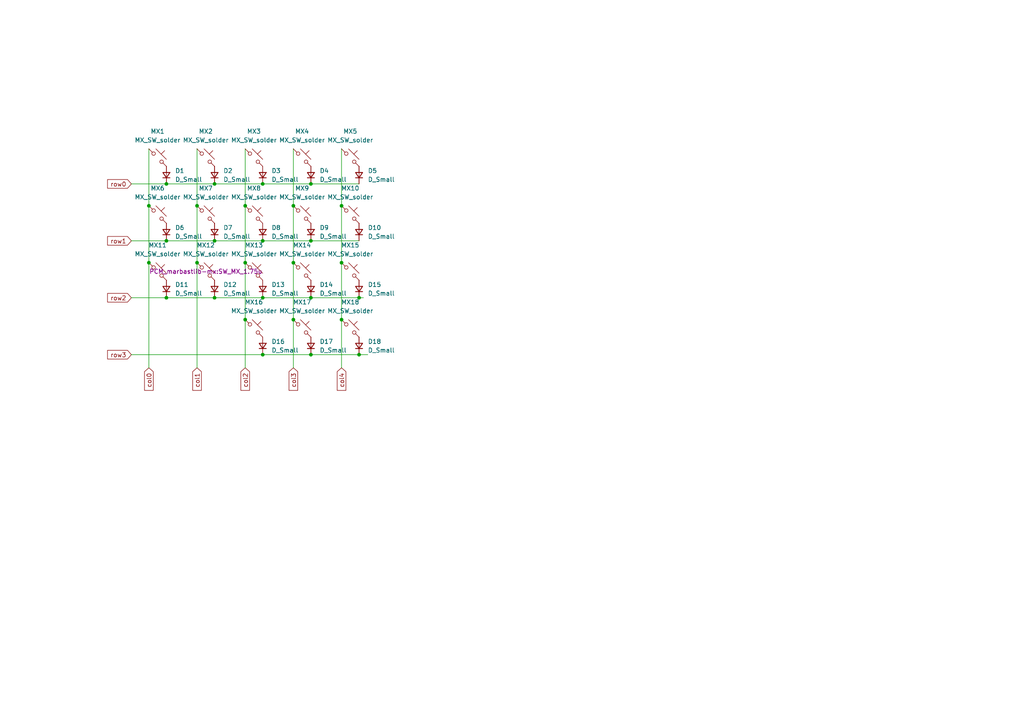
<source format=kicad_sch>
(kicad_sch (version 20230121) (generator eeschema)
  (paper "A4")
  (lib_symbols
    (symbol "Device:D_Small" (pin_numbers hide) (pin_names (offset 0.254) hide)
      (property "Reference" "D" (at -1.27 2.032 0))
      (property "Value" "D_Small" (at -3.81 -2.032 0))
      (symbol "D_Small_0_1"
        (polyline (pts (xy -0.762 -1.016) (xy -0.762 1.016)) (stroke (width 0.254)))
        (polyline (pts (xy -0.762 0) (xy 0.762 0)))
        (polyline (pts (xy 0.762 -1.016) (xy -0.762 0) (xy 0.762 1.016) (xy 0.762 -1.016)) (stroke (width 0.254)))
      )
      (symbol "D_Small_1_1"
        (pin passive line (at -2.54 0 0) (length 1.778) (name "K") (number "1"))
        (pin passive line (at 2.54 0 180) (length 1.778) (name "A") (number "2"))
      )
    )
    (symbol "PCM_marbastlib-mx:MX_SW_solder" (pin_numbers hide) (pin_names (offset 1.016) hide)
      (property "Reference" "MX" (at 3.048 1.016 0))
      (property "Value" "MX_SW_solder" (at 0 -3.81 0))
      (symbol "MX_SW_solder_0_1"
        (circle (center -1.1684 1.1684) (radius 0.508))
        (polyline (pts (xy -0.508 2.54) (xy 2.54 -0.508)))
        (polyline (pts (xy 1.016 1.016) (xy 2.032 2.032)))
        (polyline (pts (xy -2.54 2.54) (xy -1.524 1.524) (xy -1.524 1.524)))
        (polyline (pts (xy 1.524 -1.524) (xy 2.54 -2.54) (xy 2.54 -2.54) (xy 2.54 -2.54)))
        (circle (center 1.143 -1.1938) (radius 0.508))
        (pin passive line (at -2.54 2.54 0) (length 0) (name "1") (number "1"))
        (pin passive line (at 2.54 -2.54 180) (length 0) (name "2") (number "2"))
      )
    )
  )
  (junction (at 99.06 76.2))
  (junction (at 99.06 59.69))
  (junction (at 62.23 69.85))
  (junction (at 43.18 59.69))
  (junction (at 85.09 92.71))
  (junction (at 57.15 59.69))
  (junction (at 85.09 76.2))
  (junction (at 76.2 86.36))
  (junction (at 71.12 92.71))
  (junction (at 43.18 76.2))
  (junction (at 90.17 102.87))
  (junction (at 99.06 92.71))
  (junction (at 76.2 102.87))
  (junction (at 90.17 53.34))
  (junction (at 62.23 86.36))
  (junction (at 62.23 53.34))
  (junction (at 90.17 86.36))
  (junction (at 48.26 53.34))
  (junction (at 71.12 59.69))
  (junction (at 76.2 69.85))
  (junction (at 104.14 102.87))
  (junction (at 71.12 76.2))
  (junction (at 104.14 86.36))
  (junction (at 48.26 86.36))
  (junction (at 85.09 59.69))
  (junction (at 57.15 76.2))
  (junction (at 48.26 69.85))
  (junction (at 76.2 53.34))
  (junction (at 90.17 69.85))
  (wire (pts (xy 48.26 86.36) (xy 62.23 86.36)))
  (wire (pts (xy 43.18 43.18) (xy 43.18 59.69)))
  (wire (pts (xy 57.15 43.18) (xy 57.15 59.69)))
  (wire (pts (xy 43.18 76.2) (xy 43.18 106.68)))
  (wire (pts (xy 85.09 76.2) (xy 85.09 92.71)))
  (wire (pts (xy 57.15 76.2) (xy 57.15 106.68)))
  (wire (pts (xy 76.2 102.87) (xy 90.17 102.87)))
  (wire (pts (xy 104.14 86.36) (xy 105.41 86.36)))
  (wire (pts (xy 62.23 53.34) (xy 76.2 53.34)))
  (wire (pts (xy 76.2 53.34) (xy 90.17 53.34)))
  (wire (pts (xy 99.06 76.2) (xy 99.06 92.71)))
  (wire (pts (xy 62.23 69.85) (xy 76.2 69.85)))
  (wire (pts (xy 90.17 69.85) (xy 104.14 69.85)))
  (wire (pts (xy 43.18 59.69) (xy 43.18 76.2)))
  (wire (pts (xy 71.12 59.69) (xy 71.12 76.2)))
  (wire (pts (xy 57.15 59.69) (xy 57.15 76.2)))
  (wire (pts (xy 85.09 43.18) (xy 85.09 59.69)))
  (wire (pts (xy 104.14 102.87) (xy 106.68 102.87)))
  (wire (pts (xy 38.1 86.36) (xy 48.26 86.36)))
  (wire (pts (xy 48.26 69.85) (xy 62.23 69.85)))
  (wire (pts (xy 38.1 69.85) (xy 48.26 69.85)))
  (wire (pts (xy 71.12 43.18) (xy 71.12 59.69)))
  (wire (pts (xy 99.06 59.69) (xy 99.06 76.2)))
  (wire (pts (xy 85.09 59.69) (xy 85.09 76.2)))
  (wire (pts (xy 38.1 53.34) (xy 48.26 53.34)))
  (wire (pts (xy 76.2 69.85) (xy 90.17 69.85)))
  (wire (pts (xy 90.17 53.34) (xy 104.14 53.34)))
  (wire (pts (xy 99.06 43.18) (xy 99.06 59.69)))
  (wire (pts (xy 71.12 76.2) (xy 71.12 92.71)))
  (wire (pts (xy 48.26 53.34) (xy 62.23 53.34)))
  (wire (pts (xy 38.1 102.87) (xy 76.2 102.87)))
  (wire (pts (xy 71.12 92.71) (xy 71.12 106.68)))
  (wire (pts (xy 76.2 86.36) (xy 90.17 86.36)))
  (wire (pts (xy 85.09 92.71) (xy 85.09 106.68)))
  (wire (pts (xy 90.17 102.87) (xy 104.14 102.87)))
  (wire (pts (xy 90.17 86.36) (xy 104.14 86.36)))
  (wire (pts (xy 99.06 92.71) (xy 99.06 106.68)))
  (wire (pts (xy 62.23 86.36) (xy 76.2 86.36)))
  (global_label "row2" (shape input) (at 38.1 86.36 180) (property "Intersheetrefs" "${INTERSHEET_REFS}" (effects hide)))
  (global_label "col3" (shape input) (at 85.09 106.68 270) (property "Intersheetrefs" "${INTERSHEET_REFS}" (effects hide)))
  (global_label "col1" (shape input) (at 57.15 106.68 270) (property "Intersheetrefs" "${INTERSHEET_REFS}" (effects hide)))
  (global_label "col0" (shape input) (at 43.18 106.68 270) (property "Intersheetrefs" "${INTERSHEET_REFS}" (effects hide)))
  (global_label "row0" (shape input) (at 38.1 53.34 180) (property "Intersheetrefs" "${INTERSHEET_REFS}" (effects hide)))
  (global_label "row3" (shape input) (at 38.1 102.87 180) (property "Intersheetrefs" "${INTERSHEET_REFS}" (effects hide)))
  (global_label "col2" (shape input) (at 71.12 106.68 270) (property "Intersheetrefs" "${INTERSHEET_REFS}" (effects hide)))
  (global_label "row1" (shape input) (at 38.1 69.85 180) (property "Intersheetrefs" "${INTERSHEET_REFS}" (effects hide)))
  (global_label "col4" (shape input) (at 99.06 106.68 270) (property "Intersheetrefs" "${INTERSHEET_REFS}" (effects hide)))
  (symbol (lib_id "PCM_marbastlib-mx:MX_SW_solder") (at 73.66 78.74 0) (unit 1)
    (property "Reference" "MX13" (at 73.66 71.12 0))
    (property "Value" "MX_SW_solder" (at 73.66 73.66 0))
    (property "Footprint" "PCM_marbastlib-mx:SW_MX_1.25u" (effects hide))
  )
  (symbol (lib_id "Device:D_Small") (at 90.17 50.8 90) (unit 1)
    (property "Reference" "D4" (at 92.71 49.53 90) (effects (justify right)))
    (property "Value" "D_Small" (at 92.71 52.07 90) (effects (justify right)))
    (property "Footprint" "Diode_SMD:D_SOD-323" (effects hide))
    (property "Sim.Device" "D" (effects hide))
    (property "Sim.Pins" "1=K 2=A" (effects hide))
  )
  (symbol (lib_id "Device:D_Small") (at 104.14 100.33 90) (unit 1)
    (property "Reference" "D18" (at 106.68 99.06 90) (effects (justify right)))
    (property "Value" "D_Small" (at 106.68 101.6 90) (effects (justify right)))
    (property "Footprint" "Diode_SMD:D_SOD-323" (effects hide))
    (property "Sim.Device" "D" (effects hide))
    (property "Sim.Pins" "1=K 2=A" (effects hide))
  )
  (symbol (lib_id "PCM_marbastlib-mx:MX_SW_solder") (at 73.66 62.23 0) (unit 1)
    (property "Reference" "MX8" (at 73.66 54.61 0))
    (property "Value" "MX_SW_solder" (at 73.66 57.15 0))
    (property "Footprint" "PCM_marbastlib-mx:SW_MX_1u" (effects hide))
  )
  (symbol (lib_id "Device:D_Small") (at 104.14 67.31 90) (unit 1)
    (property "Reference" "D10" (at 106.68 66.04 90) (effects (justify right)))
    (property "Value" "D_Small" (at 106.68 68.58 90) (effects (justify right)))
    (property "Footprint" "Diode_SMD:D_SOD-323" (effects hide))
    (property "Sim.Device" "D" (effects hide))
    (property "Sim.Pins" "1=K 2=A" (effects hide))
  )
  (symbol (lib_id "PCM_marbastlib-mx:MX_SW_solder") (at 59.69 45.72 0) (unit 1)
    (property "Reference" "MX2" (at 59.69 38.1 0))
    (property "Value" "MX_SW_solder" (at 59.69 40.64 0))
    (property "Footprint" "PCM_marbastlib-mx:SW_MX_1.5u" (effects hide))
  )
  (symbol (lib_id "Device:D_Small") (at 62.23 83.82 90) (unit 1)
    (property "Reference" "D12" (at 64.77 82.55 90) (effects (justify right)))
    (property "Value" "D_Small" (at 64.77 85.09 90) (effects (justify right)))
    (property "Footprint" "Diode_SMD:D_SOD-323" (effects hide))
    (property "Sim.Device" "D" (effects hide))
    (property "Sim.Pins" "1=K 2=A" (effects hide))
  )
  (symbol (lib_id "Device:D_Small") (at 48.26 50.8 90) (unit 1)
    (property "Reference" "D1" (at 50.8 49.53 90) (effects (justify right)))
    (property "Value" "D_Small" (at 50.8 52.07 90) (effects (justify right)))
    (property "Footprint" "Diode_SMD:D_SOD-323" (effects hide))
    (property "Sim.Device" "D" (effects hide))
    (property "Sim.Pins" "1=K 2=A" (effects hide))
  )
  (symbol (lib_id "PCM_marbastlib-mx:MX_SW_solder") (at 73.66 45.72 0) (unit 1)
    (property "Reference" "MX3" (at 73.66 38.1 0))
    (property "Value" "MX_SW_solder" (at 73.66 40.64 0))
    (property "Footprint" "PCM_marbastlib-mx:SW_MX_1u" (effects hide))
  )
  (symbol (lib_id "PCM_marbastlib-mx:MX_SW_solder") (at 59.69 62.23 0) (unit 1)
    (property "Reference" "MX7" (at 59.69 54.61 0))
    (property "Value" "MX_SW_solder" (at 59.69 57.15 0))
    (property "Footprint" "PCM_marbastlib-mx:SW_MX_1u" (effects hide))
  )
  (symbol (lib_id "PCM_marbastlib-mx:MX_SW_solder") (at 87.63 45.72 0) (unit 1)
    (property "Reference" "MX4" (at 87.63 38.1 0))
    (property "Value" "MX_SW_solder" (at 87.63 40.64 0))
    (property "Footprint" "PCM_marbastlib-mx:SW_MX_1.25u" (effects hide))
  )
  (symbol (lib_id "Device:D_Small") (at 76.2 83.82 90) (unit 1)
    (property "Reference" "D13" (at 78.74 82.55 90) (effects (justify right)))
    (property "Value" "D_Small" (at 78.74 85.09 90) (effects (justify right)))
    (property "Footprint" "Diode_SMD:D_SOD-323" (effects hide))
    (property "Sim.Device" "D" (effects hide))
    (property "Sim.Pins" "1=K 2=A" (effects hide))
  )
  (symbol (lib_id "PCM_marbastlib-mx:MX_SW_solder") (at 73.66 95.25 0) (unit 1)
    (property "Reference" "MX16" (at 73.66 87.63 0))
    (property "Value" "MX_SW_solder" (at 73.66 90.17 0))
    (property "Footprint" "PCM_marbastlib-mx:SW_MX_1u" (effects hide))
  )
  (symbol (lib_id "PCM_marbastlib-mx:MX_SW_solder") (at 45.72 62.23 0) (unit 1)
    (property "Reference" "MX6" (at 45.72 54.61 0))
    (property "Value" "MX_SW_solder" (at 45.72 57.15 0))
    (property "Footprint" "PCM_marbastlib-mx:SW_MX_1u" (effects hide))
  )
  (symbol (lib_id "Device:D_Small") (at 90.17 100.33 90) (unit 1)
    (property "Reference" "D17" (at 92.71 99.06 90) (effects (justify right)))
    (property "Value" "D_Small" (at 92.71 101.6 90) (effects (justify right)))
    (property "Footprint" "Diode_SMD:D_SOD-323" (effects hide))
    (property "Sim.Device" "D" (effects hide))
    (property "Sim.Pins" "1=K 2=A" (effects hide))
  )
  (symbol (lib_id "PCM_marbastlib-mx:MX_SW_solder") (at 45.72 78.74 0) (unit 1)
    (property "Reference" "MX11" (at 45.72 71.12 0))
    (property "Value" "MX_SW_solder" (at 45.72 73.66 0))
    (property "Footprint" "PCM_marbastlib-mx:SW_MX_1.5u" (effects hide))
  )
  (symbol (lib_id "Device:D_Small") (at 76.2 100.33 90) (unit 1)
    (property "Reference" "D16" (at 78.74 99.06 90) (effects (justify right)))
    (property "Value" "D_Small" (at 78.74 101.6 90) (effects (justify right)))
    (property "Footprint" "Diode_SMD:D_SOD-323" (effects hide))
    (property "Sim.Device" "D" (effects hide))
    (property "Sim.Pins" "1=K 2=A" (effects hide))
  )
  (symbol (lib_id "PCM_marbastlib-mx:MX_SW_solder") (at 87.63 95.25 0) (unit 1)
    (property "Reference" "MX17" (at 87.63 87.63 0))
    (property "Value" "MX_SW_solder" (at 87.63 90.17 0))
    (property "Footprint" "PCM_marbastlib-mx:SW_MX_1u" (effects hide))
  )
  (symbol (lib_id "PCM_marbastlib-mx:MX_SW_solder") (at 87.63 62.23 0) (unit 1)
    (property "Reference" "MX9" (at 87.63 54.61 0))
    (property "Value" "MX_SW_solder" (at 87.63 57.15 0))
    (property "Footprint" "PCM_marbastlib-mx:SW_MX_1u" (effects hide))
  )
  (symbol (lib_id "Device:D_Small") (at 48.26 67.31 90) (unit 1)
    (property "Reference" "D6" (at 50.8 66.04 90) (effects (justify right)))
    (property "Value" "D_Small" (at 50.8 68.58 90) (effects (justify right)))
    (property "Footprint" "Diode_SMD:D_SOD-323" (effects hide))
    (property "Sim.Device" "D" (effects hide))
    (property "Sim.Pins" "1=K 2=A" (effects hide))
  )
  (symbol (lib_id "Device:D_Small") (at 90.17 83.82 90) (unit 1)
    (property "Reference" "D14" (at 92.71 82.55 90) (effects (justify right)))
    (property "Value" "D_Small" (at 92.71 85.09 90) (effects (justify right)))
    (property "Footprint" "Diode_SMD:D_SOD-323" (effects hide))
    (property "Sim.Device" "D" (effects hide))
    (property "Sim.Pins" "1=K 2=A" (effects hide))
  )
  (symbol (lib_id "Device:D_Small") (at 62.23 67.31 90) (unit 1)
    (property "Reference" "D7" (at 64.77 66.04 90) (effects (justify right)))
    (property "Value" "D_Small" (at 64.77 68.58 90) (effects (justify right)))
    (property "Footprint" "Diode_SMD:D_SOD-323" (effects hide))
    (property "Sim.Device" "D" (effects hide))
    (property "Sim.Pins" "1=K 2=A" (effects hide))
  )
  (symbol (lib_id "Device:D_Small") (at 90.17 67.31 90) (unit 1)
    (property "Reference" "D9" (at 92.71 66.04 90) (effects (justify right)))
    (property "Value" "D_Small" (at 92.71 68.58 90) (effects (justify right)))
    (property "Footprint" "Diode_SMD:D_SOD-323" (effects hide))
    (property "Sim.Device" "D" (effects hide))
    (property "Sim.Pins" "1=K 2=A" (effects hide))
  )
  (symbol (lib_id "PCM_marbastlib-mx:MX_SW_solder") (at 59.69 78.74 0) (unit 1)
    (property "Reference" "MX12" (at 59.69 71.12 0))
    (property "Value" "MX_SW_solder" (at 59.69 73.66 0))
    (property "Footprint" "PCM_marbastlib-mx:SW_MX_1.75u" (at 59.69 78.74 0))
  )
  (symbol (lib_id "Device:D_Small") (at 76.2 67.31 90) (unit 1)
    (property "Reference" "D8" (at 78.74 66.04 90) (effects (justify right)))
    (property "Value" "D_Small" (at 78.74 68.58 90) (effects (justify right)))
    (property "Footprint" "Diode_SMD:D_SOD-323" (effects hide))
    (property "Sim.Device" "D" (effects hide))
    (property "Sim.Pins" "1=K 2=A" (effects hide))
  )
  (symbol (lib_id "Device:D_Small") (at 62.23 50.8 90) (unit 1)
    (property "Reference" "D2" (at 64.77 49.53 90) (effects (justify right)))
    (property "Value" "D_Small" (at 64.77 52.07 90) (effects (justify right)))
    (property "Footprint" "Diode_SMD:D_SOD-323" (effects hide))
    (property "Sim.Device" "D" (effects hide))
    (property "Sim.Pins" "1=K 2=A" (effects hide))
  )
  (symbol (lib_id "Device:D_Small") (at 104.14 50.8 90) (unit 1)
    (property "Reference" "D5" (at 106.68 49.53 90) (effects (justify right)))
    (property "Value" "D_Small" (at 106.68 52.07 90) (effects (justify right)))
    (property "Footprint" "Diode_SMD:D_SOD-323" (effects hide))
    (property "Sim.Device" "D" (effects hide))
    (property "Sim.Pins" "1=K 2=A" (effects hide))
  )
  (symbol (lib_id "Device:D_Small") (at 48.26 83.82 90) (unit 1)
    (property "Reference" "D11" (at 50.8 82.55 90) (effects (justify right)))
    (property "Value" "D_Small" (at 50.8 85.09 90) (effects (justify right)))
    (property "Footprint" "Diode_SMD:D_SOD-323" (effects hide))
    (property "Sim.Device" "D" (effects hide))
    (property "Sim.Pins" "1=K 2=A" (effects hide))
  )
  (symbol (lib_id "Device:D_Small") (at 76.2 50.8 90) (unit 1)
    (property "Reference" "D3" (at 78.74 49.53 90) (effects (justify right)))
    (property "Value" "D_Small" (at 78.74 52.07 90) (effects (justify right)))
    (property "Footprint" "Diode_SMD:D_SOD-323" (effects hide))
    (property "Sim.Device" "D" (effects hide))
    (property "Sim.Pins" "1=K 2=A" (effects hide))
  )
  (symbol (lib_id "Device:D_Small") (at 104.14 83.82 90) (unit 1)
    (property "Reference" "D15" (at 106.68 82.55 90) (effects (justify right)))
    (property "Value" "D_Small" (at 106.68 85.09 90) (effects (justify right)))
    (property "Footprint" "Diode_SMD:D_SOD-323" (effects hide))
    (property "Sim.Device" "D" (effects hide))
    (property "Sim.Pins" "1=K 2=A" (effects hide))
  )
  (symbol (lib_id "PCM_marbastlib-mx:MX_SW_solder") (at 101.6 78.74 0) (unit 1)
    (property "Reference" "MX15" (at 101.6 71.12 0))
    (property "Value" "MX_SW_solder" (at 101.6 73.66 0))
    (property "Footprint" "PCM_marbastlib-mx:SW_MX_1u" (effects hide))
  )
  (symbol (lib_id "PCM_marbastlib-mx:MX_SW_solder") (at 45.72 45.72 0) (unit 1)
    (property "Reference" "MX1" (at 45.72 38.1 0))
    (property "Value" "MX_SW_solder" (at 45.72 40.64 0))
    (property "Footprint" "PCM_marbastlib-mx:SW_MX_1.75u" (effects hide))
  )
  (symbol (lib_id "PCM_marbastlib-mx:MX_SW_solder") (at 87.63 78.74 0) (unit 1)
    (property "Reference" "MX14" (at 87.63 71.12 0))
    (property "Value" "MX_SW_solder" (at 87.63 73.66 0))
    (property "Footprint" "PCM_marbastlib-mx:SW_MX_1u" (effects hide))
  )
  (symbol (lib_id "PCM_marbastlib-mx:MX_SW_solder") (at 101.6 45.72 0) (unit 1)
    (property "Reference" "MX5" (at 101.6 38.1 0))
    (property "Value" "MX_SW_solder" (at 101.6 40.64 0))
    (property "Footprint" "PCM_marbastlib-mx:SW_MX_1.25u" (effects hide))
  )
  (symbol (lib_id "PCM_marbastlib-mx:MX_SW_solder") (at 101.6 95.25 0) (unit 1)
    (property "Reference" "MX18" (at 101.6 87.63 0))
    (property "Value" "MX_SW_solder" (at 101.6 90.17 0))
    (property "Footprint" "PCM_marbastlib-mx:SW_MX_1u" (effects hide))
  )
  (symbol (lib_id "PCM_marbastlib-mx:MX_SW_solder") (at 101.6 62.23 0) (unit 1)
    (property "Reference" "MX10" (at 101.6 54.61 0))
    (property "Value" "MX_SW_solder" (at 101.6 57.15 0))
    (property "Footprint" "PCM_marbastlib-mx:SW_MX_1u" (effects hide))
  )
)
</source>
